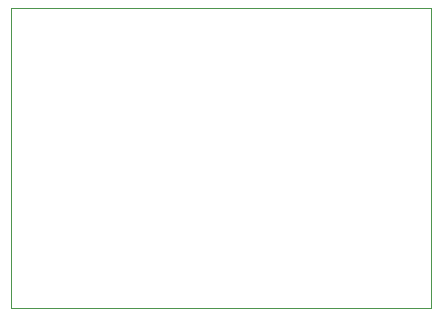
<source format=gko>
G75*
%MOIN*%
%OFA0B0*%
%FSLAX25Y25*%
%IPPOS*%
%LPD*%
%AMOC8*
5,1,8,0,0,1.08239X$1,22.5*
%
%ADD10C,0.00472*%
D10*
X0001236Y0001236D02*
X0141236Y0001236D01*
X0141236Y0101236D01*
X0001236Y0101236D01*
X0001236Y0001236D01*
M02*

</source>
